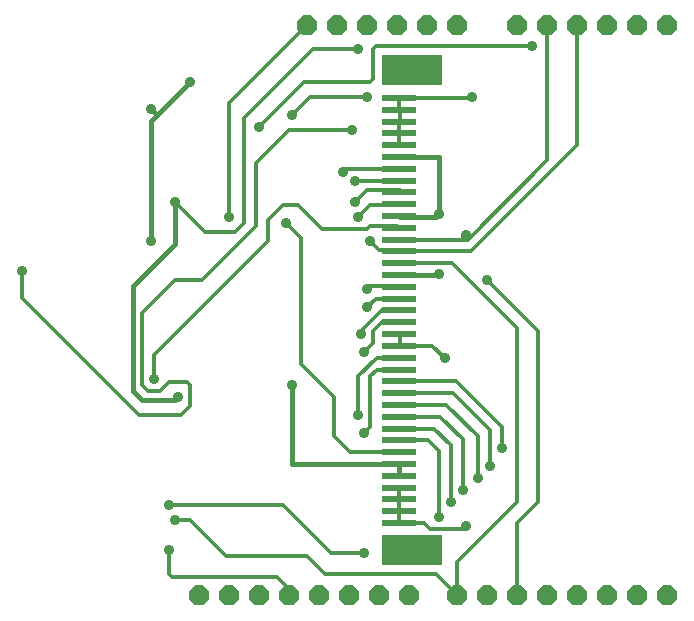
<source format=gbr>
G04 EAGLE Gerber RS-274X export*
G75*
%MOMM*%
%FSLAX34Y34*%
%LPD*%
%INBottom Copper*%
%IPPOS*%
%AMOC8*
5,1,8,0,0,1.08239X$1,22.5*%
G01*
%ADD10P,1.814519X8X22.500000*%
%ADD11R,3.000000X0.500000*%
%ADD12R,5.080000X2.540000*%
%ADD13C,0.304800*%
%ADD14C,0.906400*%
%ADD15C,0.406400*%


D10*
X548640Y25400D03*
X523240Y508000D03*
X574040Y25400D03*
X599440Y25400D03*
X624840Y25400D03*
X650240Y25400D03*
X523240Y25400D03*
X497840Y25400D03*
X472440Y25400D03*
X431800Y25400D03*
X406400Y25400D03*
X381000Y25400D03*
X355600Y25400D03*
X330200Y25400D03*
X304800Y25400D03*
X279400Y25400D03*
X254000Y25400D03*
X548640Y508000D03*
X574040Y508000D03*
X599440Y508000D03*
X624840Y508000D03*
X650240Y508000D03*
X472440Y508000D03*
X447040Y508000D03*
X421640Y508000D03*
X396240Y508000D03*
X370840Y508000D03*
X345440Y508000D03*
D11*
X423340Y266700D03*
X423340Y276700D03*
X423340Y286700D03*
X423340Y296700D03*
X423340Y306700D03*
X423340Y316700D03*
X423340Y326700D03*
X423340Y336700D03*
X423340Y346700D03*
X423340Y356700D03*
X423340Y366700D03*
X423340Y376700D03*
X423340Y386700D03*
X423340Y396700D03*
X423340Y406700D03*
X423340Y416700D03*
X423340Y426700D03*
X423340Y436700D03*
X423340Y446700D03*
X423340Y256700D03*
X423340Y246700D03*
X423340Y236700D03*
X423340Y226700D03*
X423340Y216700D03*
X423340Y206700D03*
X423340Y196700D03*
X423340Y186700D03*
X423340Y176700D03*
X423340Y166700D03*
X423340Y156700D03*
X423340Y146700D03*
X423340Y136700D03*
X423340Y126700D03*
X423340Y116700D03*
X423340Y106700D03*
X423340Y96700D03*
X423340Y86700D03*
D12*
X434340Y469900D03*
X434340Y63500D03*
D13*
X424180Y246380D02*
X423660Y246380D01*
X423340Y246700D01*
X424180Y237540D02*
X423340Y236700D01*
X424180Y237540D02*
X424180Y246380D01*
X424160Y106700D02*
X424180Y106680D01*
X424160Y106700D02*
X423340Y106700D01*
X423340Y107520D02*
X423340Y116700D01*
X423340Y107520D02*
X424160Y106700D01*
X424000Y96700D02*
X424180Y96520D01*
X424000Y96700D02*
X423340Y96700D01*
X423340Y97360D02*
X423340Y106700D01*
X423340Y97360D02*
X424000Y96700D01*
X423840Y86700D02*
X424180Y86360D01*
X423840Y86700D02*
X423340Y86700D01*
X423340Y87200D02*
X423340Y96700D01*
X423340Y87200D02*
X423840Y86700D01*
X423340Y236700D02*
X451640Y236700D01*
X462280Y226060D01*
X423340Y116700D02*
X423340Y86360D01*
X444500Y86360D01*
X449580Y81280D01*
X477520Y81280D01*
X480060Y83820D01*
X424000Y436700D02*
X424180Y436880D01*
X424000Y436700D02*
X423340Y436700D01*
X423340Y437720D02*
X423340Y446700D01*
X423340Y437720D02*
X424180Y436880D01*
X424180Y426720D02*
X424160Y426700D01*
X423340Y426700D01*
X424180Y426720D02*
X424180Y436880D01*
X424040Y416700D02*
X424180Y416560D01*
X424040Y416700D02*
X423340Y416700D01*
X423340Y417400D02*
X423340Y426700D01*
X423340Y417400D02*
X424040Y416700D01*
X423880Y406700D02*
X424180Y406400D01*
X423880Y406700D02*
X423340Y406700D01*
X423340Y407240D02*
X423340Y416700D01*
X423340Y407240D02*
X423880Y406700D01*
X423340Y446700D02*
X485140Y446700D01*
X485140Y447040D01*
D14*
X462280Y226060D03*
X480060Y83820D03*
X485140Y447040D03*
D15*
X421640Y137160D02*
X422100Y136700D01*
X423340Y136700D01*
X423340Y135460D02*
X423340Y126700D01*
X423340Y135460D02*
X422100Y136700D01*
X423340Y136700D02*
X333200Y136700D01*
X423340Y296700D02*
X457680Y296700D01*
X457200Y297180D01*
X424180Y345440D02*
X424180Y345860D01*
X423340Y346700D01*
X454660Y345440D02*
X457200Y347980D01*
X454660Y345440D02*
X424180Y345440D01*
X423340Y396700D02*
X457200Y396700D01*
X457200Y347980D01*
X218440Y431800D02*
X213360Y426720D01*
X218440Y431800D02*
X246380Y459740D01*
X213360Y426720D02*
X213360Y325120D01*
X332740Y137160D02*
X333200Y136700D01*
X332740Y137160D02*
X332740Y203200D01*
X218440Y431800D02*
X213360Y436880D01*
D14*
X332740Y203200D03*
X457200Y297180D03*
X457200Y347980D03*
X246380Y459740D03*
X213360Y325120D03*
X213360Y436880D03*
D13*
X381620Y146700D02*
X423340Y146700D01*
X381620Y146700D02*
X368300Y160020D01*
X368300Y193040D01*
X340360Y220980D01*
X340360Y327660D01*
X327660Y340360D01*
D14*
X327660Y340360D03*
D13*
X423340Y156700D02*
X447820Y156700D01*
X457200Y147320D01*
X457200Y91440D01*
D14*
X457200Y91440D03*
D13*
X453060Y166700D02*
X423340Y166700D01*
X453060Y166700D02*
X467360Y152400D01*
X467360Y104140D01*
D14*
X467360Y104140D03*
D13*
X458300Y176700D02*
X423340Y176700D01*
X458300Y176700D02*
X477520Y157480D01*
X477520Y114300D01*
D14*
X477520Y114300D03*
D13*
X463540Y186700D02*
X423340Y186700D01*
X463540Y186700D02*
X490220Y160020D01*
X490220Y124460D01*
D14*
X490220Y124460D03*
D13*
X468780Y196700D02*
X423340Y196700D01*
X468780Y196700D02*
X500380Y165100D01*
X500380Y134620D01*
D14*
X500380Y134620D03*
D13*
X471480Y206700D02*
X423340Y206700D01*
X471480Y206700D02*
X510540Y167640D01*
X510540Y149860D01*
D14*
X510540Y149860D03*
D13*
X423340Y216700D02*
X404660Y216700D01*
X398780Y210820D01*
X398780Y167640D01*
X393700Y162560D01*
D14*
X393700Y162560D03*
D13*
X404500Y226700D02*
X423340Y226700D01*
X404500Y226700D02*
X388620Y210820D01*
X388620Y177800D01*
D14*
X388620Y177800D03*
D13*
X423960Y386080D02*
X424180Y386080D01*
X423960Y386080D02*
X423340Y386700D01*
X378460Y386080D02*
X375920Y383540D01*
X378460Y386080D02*
X423960Y386080D01*
D14*
X375920Y383540D03*
D13*
X424180Y368300D02*
X424180Y367540D01*
X423340Y366700D01*
X396240Y368300D02*
X386080Y358140D01*
X396240Y368300D02*
X424180Y368300D01*
D14*
X386080Y358140D03*
D13*
X424180Y355860D02*
X424180Y355600D01*
X424180Y355860D02*
X423340Y356700D01*
X398780Y355600D02*
X388620Y345440D01*
X398780Y355600D02*
X424180Y355600D01*
D14*
X388620Y345440D03*
D13*
X421640Y375920D02*
X422420Y376700D01*
X423340Y376700D01*
X421640Y375920D02*
X386080Y375920D01*
D14*
X386080Y375920D03*
D13*
X401320Y238760D02*
X393700Y231140D01*
X401320Y238760D02*
X401320Y248920D01*
X423500Y256540D02*
X426720Y256540D01*
X423500Y256540D02*
X423340Y256700D01*
X408940Y256540D02*
X401320Y248920D01*
X408940Y256540D02*
X423500Y256540D01*
D14*
X393700Y231140D03*
D13*
X423660Y287020D02*
X424180Y287020D01*
X423660Y287020D02*
X423340Y286700D01*
X396240Y287020D02*
X396240Y284480D01*
X396240Y287020D02*
X423660Y287020D01*
D14*
X396240Y284480D03*
D13*
X396240Y269920D02*
X396240Y269240D01*
X426560Y276700D02*
X426720Y276860D01*
X426560Y276700D02*
X423340Y276700D01*
X403700Y276700D01*
X396240Y269240D01*
D14*
X396240Y269240D03*
D13*
X421640Y266700D02*
X423340Y266700D01*
X408940Y266700D01*
X391160Y248920D02*
X391160Y246380D01*
X391160Y248920D02*
X408940Y266700D01*
D14*
X391160Y246380D03*
D13*
X304800Y421640D02*
X342900Y459740D01*
X398780Y459740D01*
X401320Y462280D01*
X401320Y487680D01*
X403860Y490220D01*
X535940Y490220D01*
D14*
X304800Y421640D03*
X535940Y490220D03*
D13*
X484340Y316700D02*
X423340Y316700D01*
X484340Y316700D02*
X574040Y406400D01*
X574040Y508000D02*
X571500Y508000D01*
X574040Y505460D02*
X574040Y406400D01*
X574040Y505460D02*
X571500Y508000D01*
X398780Y325120D02*
X406400Y317500D01*
X423380Y316700D02*
X424180Y317500D01*
X423380Y316700D02*
X423340Y316700D01*
X424180Y317500D02*
X406400Y317500D01*
D14*
X398780Y325120D03*
D13*
X477520Y326700D02*
X481640Y326700D01*
X477520Y326700D02*
X423340Y326700D01*
X481640Y326700D02*
X548640Y393700D01*
X548640Y508000D02*
X551180Y508000D01*
X548640Y505460D02*
X548640Y393700D01*
X548640Y505460D02*
X551180Y508000D01*
X477520Y327660D02*
X477520Y326700D01*
X477520Y327660D02*
X480060Y330200D01*
D14*
X480060Y330200D03*
D15*
X236220Y193040D02*
X233680Y190500D01*
X205740Y190500D01*
X198120Y198120D01*
X198120Y287020D01*
X233680Y322580D01*
X233680Y358140D01*
D13*
X259080Y332740D01*
X284480Y332740D01*
X292100Y340360D01*
X292100Y429260D01*
X350520Y487680D01*
X388620Y487680D01*
D14*
X233680Y358140D03*
X236220Y193040D03*
X388620Y487680D03*
D13*
X215900Y228600D02*
X215900Y208280D01*
X396240Y335280D02*
X398780Y337820D01*
X421640Y337820D02*
X422760Y336700D01*
X423340Y336700D01*
X421640Y337820D02*
X398780Y337820D01*
X312420Y325120D02*
X215900Y228600D01*
X312420Y325120D02*
X312420Y342900D01*
X325120Y355600D01*
X337820Y355600D01*
X358140Y335280D01*
X396240Y335280D01*
X393700Y60960D02*
X365760Y60960D01*
X325120Y101600D01*
X228600Y101600D01*
D14*
X228600Y101600D03*
X215900Y208280D03*
X393700Y60960D03*
D13*
X246380Y88900D02*
X233680Y88900D01*
X246380Y88900D02*
X276860Y58420D01*
X345440Y58420D01*
X360680Y43180D01*
X454660Y43180D01*
X472440Y25400D01*
X468000Y306700D02*
X423340Y306700D01*
X468000Y306700D02*
X523240Y251460D01*
X523240Y104140D01*
X472440Y53340D01*
X472440Y25400D01*
D14*
X233680Y88900D03*
D13*
X228600Y63500D02*
X228600Y43180D01*
X231140Y40640D01*
X330200Y30480D02*
X330200Y25400D01*
X320040Y40640D02*
X231140Y40640D01*
X320040Y40640D02*
X330200Y30480D01*
D14*
X228600Y63500D03*
D13*
X523240Y86360D02*
X523240Y25400D01*
X523240Y86360D02*
X541020Y104140D01*
X541020Y248920D01*
X497840Y292100D01*
X396240Y447040D02*
X347980Y447040D01*
X332740Y431800D01*
D14*
X497840Y292100D03*
X396240Y447040D03*
X332740Y431800D03*
D13*
X104140Y299720D02*
X104140Y276860D01*
X203200Y177800D01*
X238760Y177800D01*
X246380Y185420D01*
X246380Y203200D01*
X243840Y205740D01*
X228600Y205740D01*
X220980Y198120D01*
X210820Y198120D01*
X205740Y203200D01*
X205740Y264160D01*
X233680Y292100D01*
X256540Y292100D01*
X302260Y337820D01*
X302260Y391160D01*
X330200Y419100D01*
X383540Y419100D01*
D14*
X104140Y299720D03*
X383540Y419100D03*
D13*
X345440Y508000D02*
X279400Y441960D01*
X279400Y345440D01*
D14*
X279400Y345440D03*
M02*

</source>
